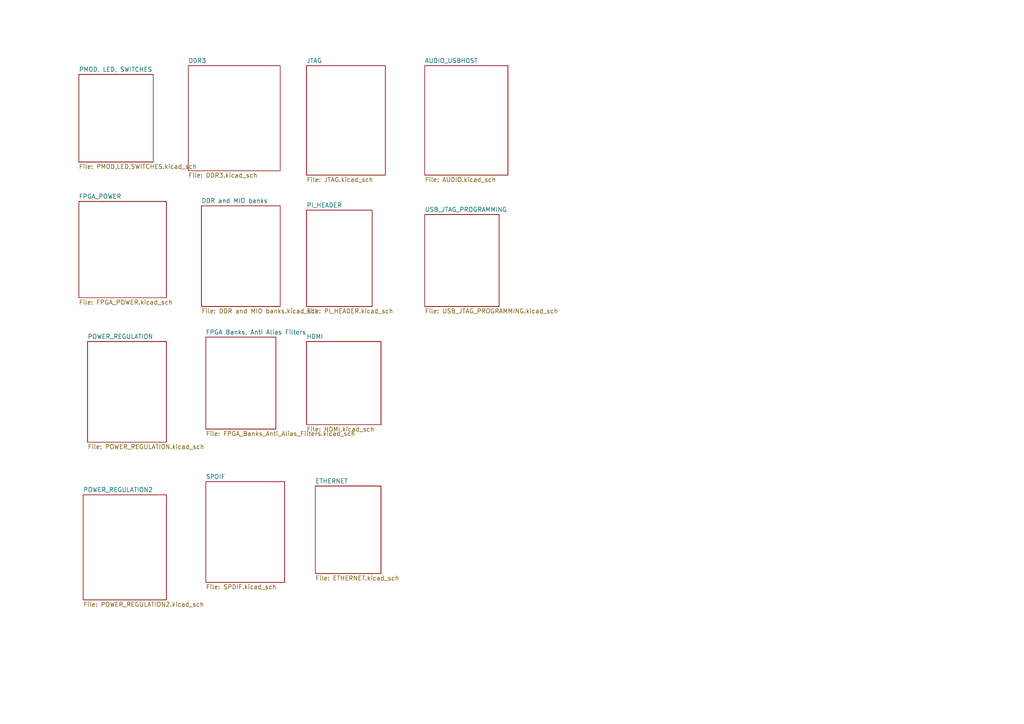
<source format=kicad_sch>
(kicad_sch
	(version 20231120)
	(generator "eeschema")
	(generator_version "8.0")
	(uuid "4a327bdf-04e5-4836-9c0a-5fb801c23f64")
	(paper "A4")
	(lib_symbols)
	(sheet
		(at 91.44 140.97)
		(size 19.05 25.4)
		(fields_autoplaced yes)
		(stroke
			(width 0.1524)
			(type solid)
		)
		(fill
			(color 0 0 0 0.0000)
		)
		(uuid "198f551b-0495-4dfe-9b6f-a7260738d114")
		(property "Sheetname" "ETHERNET"
			(at 91.44 140.2584 0)
			(effects
				(font
					(size 1.27 1.27)
				)
				(justify left bottom)
			)
		)
		(property "Sheetfile" "ETHERNET.kicad_sch"
			(at 91.44 166.9546 0)
			(effects
				(font
					(size 1.27 1.27)
				)
				(justify left top)
			)
		)
		(instances
			(project "FPGA-BOARD"
				(path "/4a327bdf-04e5-4836-9c0a-5fb801c23f64"
					(page "12")
				)
			)
		)
	)
	(sheet
		(at 59.69 97.79)
		(size 20.32 26.67)
		(fields_autoplaced yes)
		(stroke
			(width 0.1524)
			(type solid)
		)
		(fill
			(color 0 0 0 0.0000)
		)
		(uuid "19a3c51a-4800-4c20-b3a0-7667316cb050")
		(property "Sheetname" "FPGA Banks, Anti Alias Filters"
			(at 59.69 97.0784 0)
			(effects
				(font
					(size 1.27 1.27)
				)
				(justify left bottom)
			)
		)
		(property "Sheetfile" "FPGA_Banks_Anti_Alias_Filters.kicad_sch"
			(at 59.69 125.0446 0)
			(effects
				(font
					(size 1.27 1.27)
				)
				(justify left top)
			)
		)
		(instances
			(project "FPGA-BOARD"
				(path "/4a327bdf-04e5-4836-9c0a-5fb801c23f64"
					(page "7")
				)
			)
		)
	)
	(sheet
		(at 22.86 58.42)
		(size 25.4 27.94)
		(fields_autoplaced yes)
		(stroke
			(width 0.1524)
			(type solid)
		)
		(fill
			(color 0 0 0 0.0000)
		)
		(uuid "3f46cb45-eb17-47b3-80fe-652bae208432")
		(property "Sheetname" "FPGA_POWER"
			(at 22.86 57.7084 0)
			(effects
				(font
					(size 1.27 1.27)
				)
				(justify left bottom)
			)
		)
		(property "Sheetfile" "FPGA_POWER.kicad_sch"
			(at 22.86 86.9446 0)
			(effects
				(font
					(size 1.27 1.27)
				)
				(justify left top)
			)
		)
		(instances
			(project "FPGA-BOARD"
				(path "/4a327bdf-04e5-4836-9c0a-5fb801c23f64"
					(page "3")
				)
			)
		)
	)
	(sheet
		(at 88.9 19.05)
		(size 22.86 31.75)
		(fields_autoplaced yes)
		(stroke
			(width 0.1524)
			(type solid)
		)
		(fill
			(color 0 0 0 0.0000)
		)
		(uuid "41e60eaf-6223-4c1c-9aff-98af239c75fe")
		(property "Sheetname" "JTAG"
			(at 88.9 18.3384 0)
			(effects
				(font
					(size 1.27 1.27)
				)
				(justify left bottom)
			)
		)
		(property "Sheetfile" "JTAG.kicad_sch"
			(at 88.9 51.3846 0)
			(effects
				(font
					(size 1.27 1.27)
				)
				(justify left top)
			)
		)
		(instances
			(project "FPGA-BOARD"
				(path "/4a327bdf-04e5-4836-9c0a-5fb801c23f64"
					(page "9")
				)
			)
		)
	)
	(sheet
		(at 88.9 99.06)
		(size 21.59 24.13)
		(fields_autoplaced yes)
		(stroke
			(width 0.1524)
			(type solid)
		)
		(fill
			(color 0 0 0 0.0000)
		)
		(uuid "43f3e7a6-a0a8-4648-abda-2a64c96c9a8c")
		(property "Sheetname" "HDMI"
			(at 88.9 98.3484 0)
			(effects
				(font
					(size 1.27 1.27)
				)
				(justify left bottom)
			)
		)
		(property "Sheetfile" "HDMI.kicad_sch"
			(at 88.9 123.7746 0)
			(effects
				(font
					(size 1.27 1.27)
				)
				(justify left top)
			)
		)
		(instances
			(project "FPGA-BOARD"
				(path "/4a327bdf-04e5-4836-9c0a-5fb801c23f64"
					(page "11")
				)
			)
		)
	)
	(sheet
		(at 88.9 60.96)
		(size 19.05 27.94)
		(fields_autoplaced yes)
		(stroke
			(width 0.1524)
			(type solid)
		)
		(fill
			(color 0 0 0 0.0000)
		)
		(uuid "594e62a4-088d-4420-80b0-6e0938edae30")
		(property "Sheetname" "PI_HEADER"
			(at 88.9 60.2484 0)
			(effects
				(font
					(size 1.27 1.27)
				)
				(justify left bottom)
			)
		)
		(property "Sheetfile" "PI_HEADER.kicad_sch"
			(at 88.9 89.4846 0)
			(effects
				(font
					(size 1.27 1.27)
				)
				(justify left top)
			)
		)
		(instances
			(project "FPGA-BOARD"
				(path "/4a327bdf-04e5-4836-9c0a-5fb801c23f64"
					(page "10")
				)
			)
		)
	)
	(sheet
		(at 22.86 21.59)
		(size 21.59 25.4)
		(fields_autoplaced yes)
		(stroke
			(width 0.1524)
			(type solid)
		)
		(fill
			(color 0 0 0 0.0000)
		)
		(uuid "5a9925ef-674c-4958-88af-e33ebdc9aaaa")
		(property "Sheetname" "PMOD, LED, SWITCHES"
			(at 22.86 20.8784 0)
			(effects
				(font
					(size 1.27 1.27)
				)
				(justify left bottom)
			)
		)
		(property "Sheetfile" "PMOD,LED,SWITCHES.kicad_sch"
			(at 22.86 47.5746 0)
			(effects
				(font
					(size 1.27 1.27)
				)
				(justify left top)
			)
		)
		(instances
			(project "FPGA-BOARD"
				(path "/4a327bdf-04e5-4836-9c0a-5fb801c23f64"
					(page "4")
				)
			)
		)
	)
	(sheet
		(at 123.19 62.23)
		(size 21.59 26.67)
		(fields_autoplaced yes)
		(stroke
			(width 0.1524)
			(type solid)
		)
		(fill
			(color 0 0 0 0.0000)
		)
		(uuid "748a1c73-b565-4242-ab5f-7bfd3a84c6a4")
		(property "Sheetname" "USB_JTAG_PROGRAMMING"
			(at 123.19 61.5184 0)
			(effects
				(font
					(size 1.27 1.27)
				)
				(justify left bottom)
			)
		)
		(property "Sheetfile" "USB_JTAG_PROGRAMMING.kicad_sch"
			(at 123.19 89.4846 0)
			(effects
				(font
					(size 1.27 1.27)
				)
				(justify left top)
			)
		)
		(instances
			(project "FPGA-BOARD"
				(path "/4a327bdf-04e5-4836-9c0a-5fb801c23f64"
					(page "15")
				)
			)
		)
	)
	(sheet
		(at 25.4 99.06)
		(size 22.86 29.21)
		(fields_autoplaced yes)
		(stroke
			(width 0.1524)
			(type solid)
		)
		(fill
			(color 0 0 0 0.0000)
		)
		(uuid "8f1e02ad-76ee-4ea2-a502-887476bcc94b")
		(property "Sheetname" "POWER_REGULATION"
			(at 25.4 98.3484 0)
			(effects
				(font
					(size 1.27 1.27)
				)
				(justify left bottom)
			)
		)
		(property "Sheetfile" "POWER_REGULATION.kicad_sch"
			(at 25.4 128.8546 0)
			(effects
				(font
					(size 1.27 1.27)
				)
				(justify left top)
			)
		)
		(instances
			(project "FPGA-BOARD"
				(path "/4a327bdf-04e5-4836-9c0a-5fb801c23f64"
					(page "1")
				)
			)
		)
	)
	(sheet
		(at 24.13 143.51)
		(size 24.13 30.48)
		(fields_autoplaced yes)
		(stroke
			(width 0.1524)
			(type solid)
		)
		(fill
			(color 0 0 0 0.0000)
		)
		(uuid "96f87610-c13d-493b-977a-68dc2191f3d9")
		(property "Sheetname" "POWER_REGULATION2"
			(at 24.13 142.7984 0)
			(effects
				(font
					(size 1.27 1.27)
				)
				(justify left bottom)
			)
		)
		(property "Sheetfile" "POWER_REGULATION2.kicad_sch"
			(at 24.13 174.5746 0)
			(effects
				(font
					(size 1.27 1.27)
				)
				(justify left top)
			)
		)
		(instances
			(project "FPGA-BOARD"
				(path "/4a327bdf-04e5-4836-9c0a-5fb801c23f64"
					(page "2")
				)
			)
		)
	)
	(sheet
		(at 123.19 19.05)
		(size 24.13 31.75)
		(fields_autoplaced yes)
		(stroke
			(width 0.1524)
			(type solid)
		)
		(fill
			(color 0 0 0 0.0000)
		)
		(uuid "cd0c3344-baf7-4bb5-a300-e73c15154941")
		(property "Sheetname" "AUDIO_USBHOST"
			(at 123.19 18.3384 0)
			(effects
				(font
					(size 1.27 1.27)
				)
				(justify left bottom)
			)
		)
		(property "Sheetfile" "AUDIO.kicad_sch"
			(at 123.19 51.3846 0)
			(effects
				(font
					(size 1.27 1.27)
				)
				(justify left top)
			)
		)
		(instances
			(project "FPGA-BOARD"
				(path "/4a327bdf-04e5-4836-9c0a-5fb801c23f64"
					(page "14")
				)
			)
		)
	)
	(sheet
		(at 59.69 139.7)
		(size 22.86 29.21)
		(fields_autoplaced yes)
		(stroke
			(width 0.1524)
			(type solid)
		)
		(fill
			(color 0 0 0 0.0000)
		)
		(uuid "dcc3b914-72d5-47e5-9d8d-33c11fcee62a")
		(property "Sheetname" "SPDIF"
			(at 59.69 138.9884 0)
			(effects
				(font
					(size 1.27 1.27)
				)
				(justify left bottom)
			)
		)
		(property "Sheetfile" "SPDIF.kicad_sch"
			(at 59.69 169.4946 0)
			(effects
				(font
					(size 1.27 1.27)
				)
				(justify left top)
			)
		)
		(instances
			(project "FPGA-BOARD"
				(path "/4a327bdf-04e5-4836-9c0a-5fb801c23f64"
					(page "8")
				)
			)
		)
	)
	(sheet
		(at 58.42 59.69)
		(size 22.86 29.21)
		(fields_autoplaced yes)
		(stroke
			(width 0.1524)
			(type solid)
		)
		(fill
			(color 0 0 0 0.0000)
		)
		(uuid "e1600e09-3fb3-4dd3-93e7-93ab60a9447f")
		(property "Sheetname" "DDR and MIO banks"
			(at 58.42 58.9784 0)
			(effects
				(font
					(size 1.27 1.27)
				)
				(justify left bottom)
			)
		)
		(property "Sheetfile" "DDR and MIO banks.kicad_sch"
			(at 58.42 89.4846 0)
			(effects
				(font
					(size 1.27 1.27)
				)
				(justify left top)
			)
		)
		(instances
			(project "FPGA-BOARD"
				(path "/4a327bdf-04e5-4836-9c0a-5fb801c23f64"
					(page "6")
				)
			)
		)
	)
	(sheet
		(at 54.61 19.05)
		(size 26.67 30.48)
		(fields_autoplaced yes)
		(stroke
			(width 0.1524)
			(type solid)
		)
		(fill
			(color 0 0 0 0.0000)
		)
		(uuid "fde6fc46-317b-4234-bd09-93bac36f032a")
		(property "Sheetname" "DDR3"
			(at 54.61 18.3384 0)
			(effects
				(font
					(size 1.27 1.27)
				)
				(justify left bottom)
			)
		)
		(property "Sheetfile" "DDR3.kicad_sch"
			(at 54.61 50.1146 0)
			(effects
				(font
					(size 1.27 1.27)
				)
				(justify left top)
			)
		)
		(instances
			(project "FPGA-BOARD"
				(path "/4a327bdf-04e5-4836-9c0a-5fb801c23f64"
					(page "5")
				)
			)
		)
	)
	(sheet_instances
		(path "/"
			(page "1")
		)
	)
)

</source>
